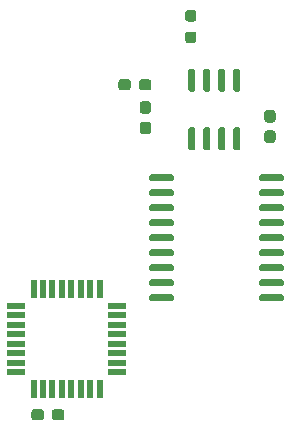
<source format=gbr>
%TF.GenerationSoftware,KiCad,Pcbnew,5.1.7-a382d34a8~88~ubuntu18.04.1*%
%TF.CreationDate,2021-02-25T09:41:41-05:00*%
%TF.ProjectId,FaultLatcher,4661756c-744c-4617-9463-6865722e6b69,rev?*%
%TF.SameCoordinates,Original*%
%TF.FileFunction,Paste,Top*%
%TF.FilePolarity,Positive*%
%FSLAX46Y46*%
G04 Gerber Fmt 4.6, Leading zero omitted, Abs format (unit mm)*
G04 Created by KiCad (PCBNEW 5.1.7-a382d34a8~88~ubuntu18.04.1) date 2021-02-25 09:41:41*
%MOMM*%
%LPD*%
G01*
G04 APERTURE LIST*
%ADD10R,0.550000X1.600000*%
%ADD11R,1.600000X0.550000*%
G04 APERTURE END LIST*
%TO.C,R6*%
G36*
G01*
X162187900Y-94721500D02*
X161712900Y-94721500D01*
G75*
G02*
X161475400Y-94484000I0J237500D01*
G01*
X161475400Y-93984000D01*
G75*
G02*
X161712900Y-93746500I237500J0D01*
G01*
X162187900Y-93746500D01*
G75*
G02*
X162425400Y-93984000I0J-237500D01*
G01*
X162425400Y-94484000D01*
G75*
G02*
X162187900Y-94721500I-237500J0D01*
G01*
G37*
G36*
G01*
X162187900Y-96546500D02*
X161712900Y-96546500D01*
G75*
G02*
X161475400Y-96309000I0J237500D01*
G01*
X161475400Y-95809000D01*
G75*
G02*
X161712900Y-95571500I237500J0D01*
G01*
X162187900Y-95571500D01*
G75*
G02*
X162425400Y-95809000I0J-237500D01*
G01*
X162425400Y-96309000D01*
G75*
G02*
X162187900Y-96546500I-237500J0D01*
G01*
G37*
%TD*%
%TO.C,R7*%
G36*
G01*
X157877500Y-103220000D02*
X158352500Y-103220000D01*
G75*
G02*
X158590000Y-103457500I0J-237500D01*
G01*
X158590000Y-104032500D01*
G75*
G02*
X158352500Y-104270000I-237500J0D01*
G01*
X157877500Y-104270000D01*
G75*
G02*
X157640000Y-104032500I0J237500D01*
G01*
X157640000Y-103457500D01*
G75*
G02*
X157877500Y-103220000I237500J0D01*
G01*
G37*
G36*
G01*
X157877500Y-101470000D02*
X158352500Y-101470000D01*
G75*
G02*
X158590000Y-101707500I0J-237500D01*
G01*
X158590000Y-102282500D01*
G75*
G02*
X158352500Y-102520000I-237500J0D01*
G01*
X157877500Y-102520000D01*
G75*
G02*
X157640000Y-102282500I0J237500D01*
G01*
X157640000Y-101707500D01*
G75*
G02*
X157877500Y-101470000I237500J0D01*
G01*
G37*
%TD*%
%TO.C,D5*%
G36*
G01*
X157576000Y-100313500D02*
X157576000Y-99838500D01*
G75*
G02*
X157813500Y-99601000I237500J0D01*
G01*
X158388500Y-99601000D01*
G75*
G02*
X158626000Y-99838500I0J-237500D01*
G01*
X158626000Y-100313500D01*
G75*
G02*
X158388500Y-100551000I-237500J0D01*
G01*
X157813500Y-100551000D01*
G75*
G02*
X157576000Y-100313500I0J237500D01*
G01*
G37*
G36*
G01*
X155826000Y-100313500D02*
X155826000Y-99838500D01*
G75*
G02*
X156063500Y-99601000I237500J0D01*
G01*
X156638500Y-99601000D01*
G75*
G02*
X156876000Y-99838500I0J-237500D01*
G01*
X156876000Y-100313500D01*
G75*
G02*
X156638500Y-100551000I-237500J0D01*
G01*
X156063500Y-100551000D01*
G75*
G02*
X155826000Y-100313500I0J237500D01*
G01*
G37*
%TD*%
%TO.C,U3*%
G36*
G01*
X162202000Y-100673000D02*
X161902000Y-100673000D01*
G75*
G02*
X161752000Y-100523000I0J150000D01*
G01*
X161752000Y-98873000D01*
G75*
G02*
X161902000Y-98723000I150000J0D01*
G01*
X162202000Y-98723000D01*
G75*
G02*
X162352000Y-98873000I0J-150000D01*
G01*
X162352000Y-100523000D01*
G75*
G02*
X162202000Y-100673000I-150000J0D01*
G01*
G37*
G36*
G01*
X163472000Y-100673000D02*
X163172000Y-100673000D01*
G75*
G02*
X163022000Y-100523000I0J150000D01*
G01*
X163022000Y-98873000D01*
G75*
G02*
X163172000Y-98723000I150000J0D01*
G01*
X163472000Y-98723000D01*
G75*
G02*
X163622000Y-98873000I0J-150000D01*
G01*
X163622000Y-100523000D01*
G75*
G02*
X163472000Y-100673000I-150000J0D01*
G01*
G37*
G36*
G01*
X164742000Y-100673000D02*
X164442000Y-100673000D01*
G75*
G02*
X164292000Y-100523000I0J150000D01*
G01*
X164292000Y-98873000D01*
G75*
G02*
X164442000Y-98723000I150000J0D01*
G01*
X164742000Y-98723000D01*
G75*
G02*
X164892000Y-98873000I0J-150000D01*
G01*
X164892000Y-100523000D01*
G75*
G02*
X164742000Y-100673000I-150000J0D01*
G01*
G37*
G36*
G01*
X166012000Y-100673000D02*
X165712000Y-100673000D01*
G75*
G02*
X165562000Y-100523000I0J150000D01*
G01*
X165562000Y-98873000D01*
G75*
G02*
X165712000Y-98723000I150000J0D01*
G01*
X166012000Y-98723000D01*
G75*
G02*
X166162000Y-98873000I0J-150000D01*
G01*
X166162000Y-100523000D01*
G75*
G02*
X166012000Y-100673000I-150000J0D01*
G01*
G37*
G36*
G01*
X166012000Y-105623000D02*
X165712000Y-105623000D01*
G75*
G02*
X165562000Y-105473000I0J150000D01*
G01*
X165562000Y-103823000D01*
G75*
G02*
X165712000Y-103673000I150000J0D01*
G01*
X166012000Y-103673000D01*
G75*
G02*
X166162000Y-103823000I0J-150000D01*
G01*
X166162000Y-105473000D01*
G75*
G02*
X166012000Y-105623000I-150000J0D01*
G01*
G37*
G36*
G01*
X164742000Y-105623000D02*
X164442000Y-105623000D01*
G75*
G02*
X164292000Y-105473000I0J150000D01*
G01*
X164292000Y-103823000D01*
G75*
G02*
X164442000Y-103673000I150000J0D01*
G01*
X164742000Y-103673000D01*
G75*
G02*
X164892000Y-103823000I0J-150000D01*
G01*
X164892000Y-105473000D01*
G75*
G02*
X164742000Y-105623000I-150000J0D01*
G01*
G37*
G36*
G01*
X163472000Y-105623000D02*
X163172000Y-105623000D01*
G75*
G02*
X163022000Y-105473000I0J150000D01*
G01*
X163022000Y-103823000D01*
G75*
G02*
X163172000Y-103673000I150000J0D01*
G01*
X163472000Y-103673000D01*
G75*
G02*
X163622000Y-103823000I0J-150000D01*
G01*
X163622000Y-105473000D01*
G75*
G02*
X163472000Y-105623000I-150000J0D01*
G01*
G37*
G36*
G01*
X162202000Y-105623000D02*
X161902000Y-105623000D01*
G75*
G02*
X161752000Y-105473000I0J150000D01*
G01*
X161752000Y-103823000D01*
G75*
G02*
X161902000Y-103673000I150000J0D01*
G01*
X162202000Y-103673000D01*
G75*
G02*
X162352000Y-103823000I0J-150000D01*
G01*
X162352000Y-105473000D01*
G75*
G02*
X162202000Y-105623000I-150000J0D01*
G01*
G37*
%TD*%
%TO.C,U2*%
G36*
G01*
X160508000Y-117960000D02*
X160508000Y-118260000D01*
G75*
G02*
X160358000Y-118410000I-150000J0D01*
G01*
X158608000Y-118410000D01*
G75*
G02*
X158458000Y-118260000I0J150000D01*
G01*
X158458000Y-117960000D01*
G75*
G02*
X158608000Y-117810000I150000J0D01*
G01*
X160358000Y-117810000D01*
G75*
G02*
X160508000Y-117960000I0J-150000D01*
G01*
G37*
G36*
G01*
X160508000Y-116690000D02*
X160508000Y-116990000D01*
G75*
G02*
X160358000Y-117140000I-150000J0D01*
G01*
X158608000Y-117140000D01*
G75*
G02*
X158458000Y-116990000I0J150000D01*
G01*
X158458000Y-116690000D01*
G75*
G02*
X158608000Y-116540000I150000J0D01*
G01*
X160358000Y-116540000D01*
G75*
G02*
X160508000Y-116690000I0J-150000D01*
G01*
G37*
G36*
G01*
X160508000Y-115420000D02*
X160508000Y-115720000D01*
G75*
G02*
X160358000Y-115870000I-150000J0D01*
G01*
X158608000Y-115870000D01*
G75*
G02*
X158458000Y-115720000I0J150000D01*
G01*
X158458000Y-115420000D01*
G75*
G02*
X158608000Y-115270000I150000J0D01*
G01*
X160358000Y-115270000D01*
G75*
G02*
X160508000Y-115420000I0J-150000D01*
G01*
G37*
G36*
G01*
X160508000Y-114150000D02*
X160508000Y-114450000D01*
G75*
G02*
X160358000Y-114600000I-150000J0D01*
G01*
X158608000Y-114600000D01*
G75*
G02*
X158458000Y-114450000I0J150000D01*
G01*
X158458000Y-114150000D01*
G75*
G02*
X158608000Y-114000000I150000J0D01*
G01*
X160358000Y-114000000D01*
G75*
G02*
X160508000Y-114150000I0J-150000D01*
G01*
G37*
G36*
G01*
X160508000Y-112880000D02*
X160508000Y-113180000D01*
G75*
G02*
X160358000Y-113330000I-150000J0D01*
G01*
X158608000Y-113330000D01*
G75*
G02*
X158458000Y-113180000I0J150000D01*
G01*
X158458000Y-112880000D01*
G75*
G02*
X158608000Y-112730000I150000J0D01*
G01*
X160358000Y-112730000D01*
G75*
G02*
X160508000Y-112880000I0J-150000D01*
G01*
G37*
G36*
G01*
X160508000Y-111610000D02*
X160508000Y-111910000D01*
G75*
G02*
X160358000Y-112060000I-150000J0D01*
G01*
X158608000Y-112060000D01*
G75*
G02*
X158458000Y-111910000I0J150000D01*
G01*
X158458000Y-111610000D01*
G75*
G02*
X158608000Y-111460000I150000J0D01*
G01*
X160358000Y-111460000D01*
G75*
G02*
X160508000Y-111610000I0J-150000D01*
G01*
G37*
G36*
G01*
X160508000Y-110340000D02*
X160508000Y-110640000D01*
G75*
G02*
X160358000Y-110790000I-150000J0D01*
G01*
X158608000Y-110790000D01*
G75*
G02*
X158458000Y-110640000I0J150000D01*
G01*
X158458000Y-110340000D01*
G75*
G02*
X158608000Y-110190000I150000J0D01*
G01*
X160358000Y-110190000D01*
G75*
G02*
X160508000Y-110340000I0J-150000D01*
G01*
G37*
G36*
G01*
X160508000Y-109070000D02*
X160508000Y-109370000D01*
G75*
G02*
X160358000Y-109520000I-150000J0D01*
G01*
X158608000Y-109520000D01*
G75*
G02*
X158458000Y-109370000I0J150000D01*
G01*
X158458000Y-109070000D01*
G75*
G02*
X158608000Y-108920000I150000J0D01*
G01*
X160358000Y-108920000D01*
G75*
G02*
X160508000Y-109070000I0J-150000D01*
G01*
G37*
G36*
G01*
X160508000Y-107800000D02*
X160508000Y-108100000D01*
G75*
G02*
X160358000Y-108250000I-150000J0D01*
G01*
X158608000Y-108250000D01*
G75*
G02*
X158458000Y-108100000I0J150000D01*
G01*
X158458000Y-107800000D01*
G75*
G02*
X158608000Y-107650000I150000J0D01*
G01*
X160358000Y-107650000D01*
G75*
G02*
X160508000Y-107800000I0J-150000D01*
G01*
G37*
G36*
G01*
X169808000Y-107800000D02*
X169808000Y-108100000D01*
G75*
G02*
X169658000Y-108250000I-150000J0D01*
G01*
X167908000Y-108250000D01*
G75*
G02*
X167758000Y-108100000I0J150000D01*
G01*
X167758000Y-107800000D01*
G75*
G02*
X167908000Y-107650000I150000J0D01*
G01*
X169658000Y-107650000D01*
G75*
G02*
X169808000Y-107800000I0J-150000D01*
G01*
G37*
G36*
G01*
X169808000Y-109070000D02*
X169808000Y-109370000D01*
G75*
G02*
X169658000Y-109520000I-150000J0D01*
G01*
X167908000Y-109520000D01*
G75*
G02*
X167758000Y-109370000I0J150000D01*
G01*
X167758000Y-109070000D01*
G75*
G02*
X167908000Y-108920000I150000J0D01*
G01*
X169658000Y-108920000D01*
G75*
G02*
X169808000Y-109070000I0J-150000D01*
G01*
G37*
G36*
G01*
X169808000Y-110340000D02*
X169808000Y-110640000D01*
G75*
G02*
X169658000Y-110790000I-150000J0D01*
G01*
X167908000Y-110790000D01*
G75*
G02*
X167758000Y-110640000I0J150000D01*
G01*
X167758000Y-110340000D01*
G75*
G02*
X167908000Y-110190000I150000J0D01*
G01*
X169658000Y-110190000D01*
G75*
G02*
X169808000Y-110340000I0J-150000D01*
G01*
G37*
G36*
G01*
X169808000Y-111610000D02*
X169808000Y-111910000D01*
G75*
G02*
X169658000Y-112060000I-150000J0D01*
G01*
X167908000Y-112060000D01*
G75*
G02*
X167758000Y-111910000I0J150000D01*
G01*
X167758000Y-111610000D01*
G75*
G02*
X167908000Y-111460000I150000J0D01*
G01*
X169658000Y-111460000D01*
G75*
G02*
X169808000Y-111610000I0J-150000D01*
G01*
G37*
G36*
G01*
X169808000Y-112880000D02*
X169808000Y-113180000D01*
G75*
G02*
X169658000Y-113330000I-150000J0D01*
G01*
X167908000Y-113330000D01*
G75*
G02*
X167758000Y-113180000I0J150000D01*
G01*
X167758000Y-112880000D01*
G75*
G02*
X167908000Y-112730000I150000J0D01*
G01*
X169658000Y-112730000D01*
G75*
G02*
X169808000Y-112880000I0J-150000D01*
G01*
G37*
G36*
G01*
X169808000Y-114150000D02*
X169808000Y-114450000D01*
G75*
G02*
X169658000Y-114600000I-150000J0D01*
G01*
X167908000Y-114600000D01*
G75*
G02*
X167758000Y-114450000I0J150000D01*
G01*
X167758000Y-114150000D01*
G75*
G02*
X167908000Y-114000000I150000J0D01*
G01*
X169658000Y-114000000D01*
G75*
G02*
X169808000Y-114150000I0J-150000D01*
G01*
G37*
G36*
G01*
X169808000Y-115420000D02*
X169808000Y-115720000D01*
G75*
G02*
X169658000Y-115870000I-150000J0D01*
G01*
X167908000Y-115870000D01*
G75*
G02*
X167758000Y-115720000I0J150000D01*
G01*
X167758000Y-115420000D01*
G75*
G02*
X167908000Y-115270000I150000J0D01*
G01*
X169658000Y-115270000D01*
G75*
G02*
X169808000Y-115420000I0J-150000D01*
G01*
G37*
G36*
G01*
X169808000Y-116690000D02*
X169808000Y-116990000D01*
G75*
G02*
X169658000Y-117140000I-150000J0D01*
G01*
X167908000Y-117140000D01*
G75*
G02*
X167758000Y-116990000I0J150000D01*
G01*
X167758000Y-116690000D01*
G75*
G02*
X167908000Y-116540000I150000J0D01*
G01*
X169658000Y-116540000D01*
G75*
G02*
X169808000Y-116690000I0J-150000D01*
G01*
G37*
G36*
G01*
X169808000Y-117960000D02*
X169808000Y-118260000D01*
G75*
G02*
X169658000Y-118410000I-150000J0D01*
G01*
X167908000Y-118410000D01*
G75*
G02*
X167758000Y-118260000I0J150000D01*
G01*
X167758000Y-117960000D01*
G75*
G02*
X167908000Y-117810000I150000J0D01*
G01*
X169658000Y-117810000D01*
G75*
G02*
X169808000Y-117960000I0J-150000D01*
G01*
G37*
%TD*%
D10*
%TO.C,U1*%
X154241000Y-117357000D03*
X153441000Y-117357000D03*
X152641000Y-117357000D03*
X151841000Y-117357000D03*
X151041000Y-117357000D03*
X150241000Y-117357000D03*
X149441000Y-117357000D03*
X148641000Y-117357000D03*
D11*
X147191000Y-118807000D03*
X147191000Y-119607000D03*
X147191000Y-120407000D03*
X147191000Y-121207000D03*
X147191000Y-122007000D03*
X147191000Y-122807000D03*
X147191000Y-123607000D03*
X147191000Y-124407000D03*
D10*
X148641000Y-125857000D03*
X149441000Y-125857000D03*
X150241000Y-125857000D03*
X151041000Y-125857000D03*
X151841000Y-125857000D03*
X152641000Y-125857000D03*
X153441000Y-125857000D03*
X154241000Y-125857000D03*
D11*
X155691000Y-124407000D03*
X155691000Y-123607000D03*
X155691000Y-122807000D03*
X155691000Y-122007000D03*
X155691000Y-121207000D03*
X155691000Y-120407000D03*
X155691000Y-119607000D03*
X155691000Y-118807000D03*
%TD*%
%TO.C,C4*%
G36*
G01*
X168418500Y-103930500D02*
X168893500Y-103930500D01*
G75*
G02*
X169131000Y-104168000I0J-237500D01*
G01*
X169131000Y-104768000D01*
G75*
G02*
X168893500Y-105005500I-237500J0D01*
G01*
X168418500Y-105005500D01*
G75*
G02*
X168181000Y-104768000I0J237500D01*
G01*
X168181000Y-104168000D01*
G75*
G02*
X168418500Y-103930500I237500J0D01*
G01*
G37*
G36*
G01*
X168418500Y-102205500D02*
X168893500Y-102205500D01*
G75*
G02*
X169131000Y-102443000I0J-237500D01*
G01*
X169131000Y-103043000D01*
G75*
G02*
X168893500Y-103280500I-237500J0D01*
G01*
X168418500Y-103280500D01*
G75*
G02*
X168181000Y-103043000I0J237500D01*
G01*
X168181000Y-102443000D01*
G75*
G02*
X168418500Y-102205500I237500J0D01*
G01*
G37*
%TD*%
%TO.C,C1*%
G36*
G01*
X151260000Y-127778500D02*
X151260000Y-128253500D01*
G75*
G02*
X151022500Y-128491000I-237500J0D01*
G01*
X150422500Y-128491000D01*
G75*
G02*
X150185000Y-128253500I0J237500D01*
G01*
X150185000Y-127778500D01*
G75*
G02*
X150422500Y-127541000I237500J0D01*
G01*
X151022500Y-127541000D01*
G75*
G02*
X151260000Y-127778500I0J-237500D01*
G01*
G37*
G36*
G01*
X149535000Y-127778500D02*
X149535000Y-128253500D01*
G75*
G02*
X149297500Y-128491000I-237500J0D01*
G01*
X148697500Y-128491000D01*
G75*
G02*
X148460000Y-128253500I0J237500D01*
G01*
X148460000Y-127778500D01*
G75*
G02*
X148697500Y-127541000I237500J0D01*
G01*
X149297500Y-127541000D01*
G75*
G02*
X149535000Y-127778500I0J-237500D01*
G01*
G37*
%TD*%
M02*

</source>
